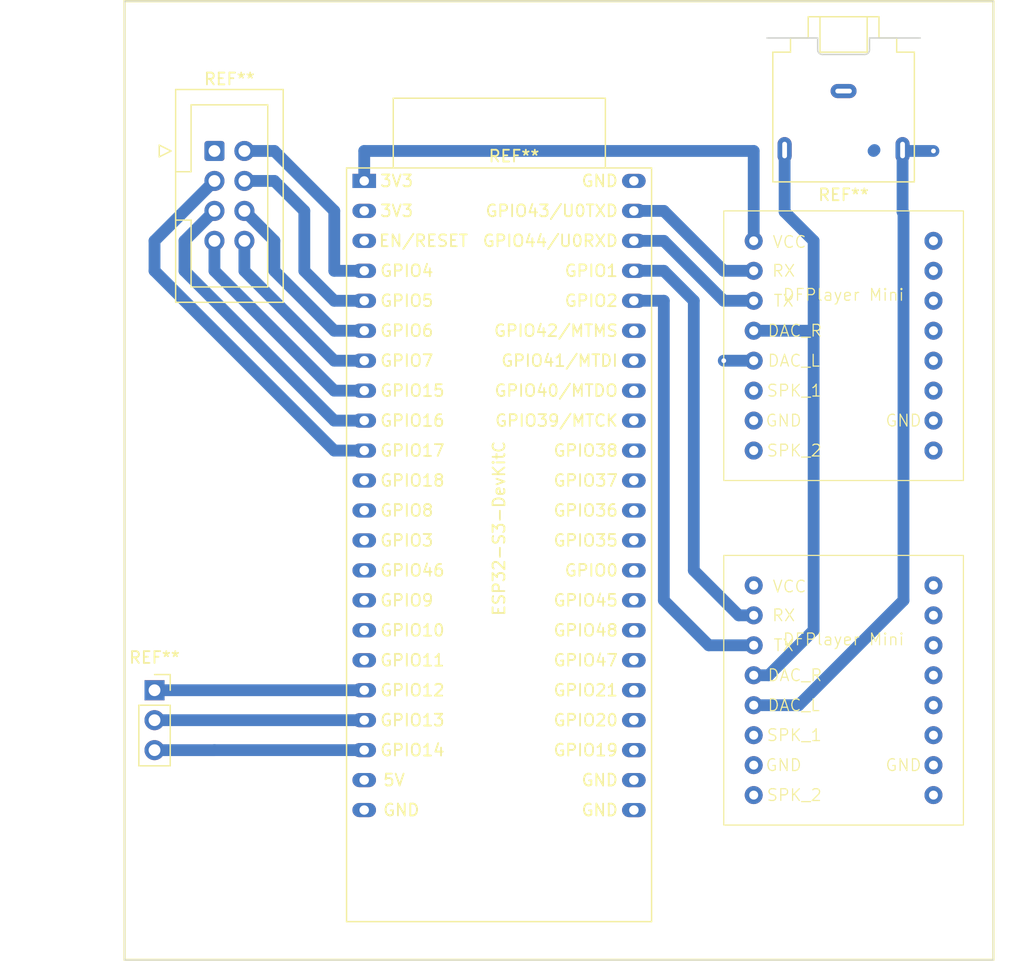
<source format=kicad_pcb>
(kicad_pcb (version 20221018) (generator pcbnew)
  (layers (0 "F.Cu" signal) (31 "B.Cu" signal) (34 "B.Paste" user) (35 "F.Paste" user) (36 "B.SilkS" user "B.Silkscreen") (37 "F.SilkS" user "F.Silkscreen") (38 "B.Mask" user) (39 "F.Mask" user) (44 "Edge.Cuts" user))
  (net 0 "")
  (footprint "Connector_Audio:Jack_3.5mm_CUI_SJ1-3523N_Horizontal" (layer "F.Cu") (at 83.82 30.48 180)
    (fp_text reference "REF**" (at 0 -8.8) (layer "F.SilkS"))
    (fp_text value "Jack_3.5mm_CUI_SJ1-3523N_Horizontal")
    (fp_line (start -6 -7.7) (end 6 -7.7) (stroke (width 0.12)) (layer "F.SilkS"))
    (fp_line (start -6 3.3) (end -6 -7.7) (stroke (width 0.12)) (layer "F.SilkS"))
    (fp_line (start -4.5 3.3) (end -6 3.3) (stroke (width 0.12)) (layer "F.SilkS"))
    (fp_line (start -4.5 4.5) (end -4.5 3.3) (stroke (width 0.12)) (layer "F.SilkS"))
    (fp_line (start -3 4.5) (end -4.5 4.5) (stroke (width 0.12)) (layer "F.SilkS"))
    (fp_line (start -3 6.3) (end -3 4.5) (stroke (width 0.12)) (layer "F.SilkS"))
    (fp_line (start -2 3.3) (end -2 6.3) (stroke (width 0.12)) (layer "F.SilkS"))
    (fp_line (start 2 3.3) (end -2 3.3) (stroke (width 0.12)) (layer "F.SilkS"))
    (fp_line (start 2 6.3) (end 2 3.3) (stroke (width 0.12)) (layer "F.SilkS"))
    (fp_line (start 3 4.5) (end 3 6.3) (stroke (width 0.12)) (layer "F.SilkS"))
    (fp_line (start 3 6.3) (end -3 6.3) (stroke (width 0.12)) (layer "F.SilkS"))
    (fp_line (start 4.5 3.3) (end 4.5 4.5) (stroke (width 0.12)) (layer "F.SilkS"))
    (fp_line (start 4.5 4.5) (end 3 4.5) (stroke (width 0.12)) (layer "F.SilkS"))
    (fp_line (start 6 -7.7) (end 6 3.3) (stroke (width 0.12)) (layer "F.SilkS"))
    (fp_line (start 6 3.3) (end 4.5 3.3) (stroke (width 0.12)) (layer "F.SilkS"))
    (fp_line (start -2.2 3.5) (end -2.2 4.5) (stroke (width 0.12)) (layer "Edge.Cuts"))
    (fp_line (start -2.2 4.5) (end -6.5 4.5) (stroke (width 0.12)) (layer "Edge.Cuts"))
    (fp_line (start 1.8 3.1) (end -1.8 3.1) (stroke (width 0.12)) (layer "Edge.Cuts"))
    (fp_line (start 2.2 3.5) (end 2.2 4.5) (stroke (width 0.12)) (layer "Edge.Cuts"))
    (fp_line (start 2.2 4.5) (end 6.5 4.5) (stroke (width 0.12)) (layer "Edge.Cuts"))
    (fp_arc (start -2.2 3.5) (mid -2.082842 3.217158) (end -1.8 3.1) (stroke (width 0.12)) (layer "Edge.Cuts"))
    (fp_arc (start 1.8 3.1) (mid 2.082843 3.217157) (end 2.2 3.5) (stroke (width 0.12)) (layer "Edge.Cuts"))
    (pad "" np_thru_hole circle (at -5 0 180) (size 1.2 1.2) (drill 1.2) (layers "*.Cu"))
    (pad "" np_thru_hole circle (at -5 2.5 180) (size 1.2 1.2) (drill 1.2) (layers "*.Cu"))
    (pad "" np_thru_hole circle (at 0 -5 180) (size 1.2 1.2) (drill 1.2) (layers "*.Cu"))
    (pad "" np_thru_hole circle (at 5 0 180) (size 1.2 1.2) (drill 1.2) (layers "*.Cu"))
    (pad "" np_thru_hole circle (at 5 2.5 180) (size 1.2 1.2) (drill 1.2) (layers "*.Cu"))
    (pad "R" thru_hole oval (at -5 -5 180) (size 1.2 2.2) (drill oval 0.4 1.4) (layers "*.Cu" "*.Mask"))
    (pad "S" thru_hole oval (at 0 0 180) (size 2.2 1.2) (drill oval 1.4 0.4) (layers "*.Cu" "*.Mask"))
    (pad "T" thru_hole oval (at 5 -5) (size 1.2 2.2) (drill oval 0.4 1.4) (layers "*.Cu" "*.Mask"))
  )
  (footprint "Connector_IDC:IDC-Header_2x04_P2.54mm_Vertical" (layer "F.Cu") (at 30.48 35.56)
    (fp_text reference "REF**" (at 1.27 -6.1) (layer "F.SilkS"))
    (fp_text value "IDC-Header_2x04_P2.54mm_Vertical")
    (fp_line (start -4.68 -0.5) (end -4.68 0.5) (stroke (width 0.12)) (layer "F.SilkS"))
    (fp_line (start -4.68 0.5) (end -3.68 0) (stroke (width 0.12)) (layer "F.SilkS"))
    (fp_line (start -3.68 0) (end -4.68 -0.5) (stroke (width 0.12)) (layer "F.SilkS"))
    (fp_line (start -3.29 -5.21) (end 5.83 -5.21) (stroke (width 0.12)) (layer "F.SilkS"))
    (fp_line (start -3.29 1.76) (end -1.98 1.76) (stroke (width 0.12)) (layer "F.SilkS"))
    (fp_line (start -3.29 12.83) (end -3.29 -5.21) (stroke (width 0.12)) (layer "F.SilkS"))
    (fp_line (start -1.98 -3.91) (end 4.52 -3.91) (stroke (width 0.12)) (layer "F.SilkS"))
    (fp_line (start -1.98 1.76) (end -1.98 -3.91) (stroke (width 0.12)) (layer "F.SilkS"))
    (fp_line (start -1.98 5.86) (end -3.29 5.86) (stroke (width 0.12)) (layer "F.SilkS"))
    (fp_line (start -1.98 5.86) (end -1.98 5.86) (stroke (width 0.12)) (layer "F.SilkS"))
    (fp_line (start -1.98 11.53) (end -1.98 5.86) (stroke (width 0.12)) (layer "F.SilkS"))
    (fp_line (start 4.52 -3.91) (end 4.52 11.53) (stroke (width 0.12)) (layer "F.SilkS"))
    (fp_line (start 4.52 11.53) (end -1.98 11.53) (stroke (width 0.12)) (layer "F.SilkS"))
    (fp_line (start 5.83 -5.21) (end 5.83 12.83) (stroke (width 0.12)) (layer "F.SilkS"))
    (fp_line (start 5.83 12.83) (end -3.29 12.83) (stroke (width 0.12)) (layer "F.SilkS"))
    (pad "1" thru_hole roundrect (at 0 0) (size 1.7 1.7) (drill 1) (layers "*.Cu" "*.Mask") (roundrect_rratio 0.1470588235))
    (pad "2" thru_hole circle (at 2.54 0) (size 1.7 1.7) (drill 1) (layers "*.Cu" "*.Mask"))
    (pad "3" thru_hole circle (at 0 2.54) (size 1.7 1.7) (drill 1) (layers "*.Cu" "*.Mask"))
    (pad "4" thru_hole circle (at 2.54 2.54) (size 1.7 1.7) (drill 1) (layers "*.Cu" "*.Mask"))
    (pad "5" thru_hole circle (at 0 5.08) (size 1.7 1.7) (drill 1) (layers "*.Cu" "*.Mask"))
    (pad "6" thru_hole circle (at 2.54 5.08) (size 1.7 1.7) (drill 1) (layers "*.Cu" "*.Mask"))
    (pad "7" thru_hole circle (at 0 7.62) (size 1.7 1.7) (drill 1) (layers "*.Cu" "*.Mask"))
    (pad "8" thru_hole circle (at 2.54 7.62) (size 1.7 1.7) (drill 1) (layers "*.Cu" "*.Mask"))
  )
  (footprint "PCM_Espressif:ESP32-S3-DevKitC" (layer "F.Cu") (at 43.18 38.1)
    (fp_text reference "REF**" (at 12.7 -2.1) (layer "F.SilkS"))
    (fp_text value "ESP32-S3-DevKitC" (at 11.42632 29.46128 90) (layer "F.SilkS"))
    (fp_text user "GPIO18" (at 1.27 25.4 unlocked) (layer "F.SilkS") (effects (justify left)))
    (fp_text user "GPIO9" (at 1.27 35.56 unlocked) (layer "F.SilkS") (effects (justify left)))
    (fp_text user "EN/RESET" (at 8.88632 5.07728 unlocked) (layer "F.SilkS") (effects (justify right)))
    (fp_text user "GPIO20" (at 21.59 45.72 unlocked) (layer "F.SilkS") (effects (justify right)))
    (fp_text user "GPIO21" (at 21.59 43.18 unlocked) (layer "F.SilkS") (effects (justify right)))
    (fp_text user "5V" (at 1.52032 50.79728 unlocked) (layer "F.SilkS") (effects (justify left)))
    (fp_text user "GPIO1" (at 21.59 7.62 unlocked) (layer "F.SilkS") (effects (justify right)))
    (fp_text user "GND" (at 21.59 50.8 unlocked) (layer "F.SilkS") (effects (justify right)))
    (fp_text user "GPIO47" (at 21.59 40.64 unlocked) (layer "F.SilkS") (effects (justify right)))
    (fp_text user "GPIO37" (at 21.59 25.4 unlocked) (layer "F.SilkS") (effects (justify right)))
    (fp_text user "GPIO15" (at 1.27 17.78 unlocked) (layer "F.SilkS") (effects (justify left)))
    (fp_text user "3V3" (at 1.27 2.54 unlocked) (layer "F.SilkS") (effects (justify left)))
    (fp_text user "GPIO10" (at 1.27 38.1 unlocked) (layer "F.SilkS") (effects (justify left)))
    (fp_text user "GPIO14" (at 1.27 48.26 unlocked) (layer "F.SilkS") (effects (justify left)))
    (fp_text user "GPIO45" (at 21.59 35.56 unlocked) (layer "F.SilkS") (effects (justify right)))
    (fp_text user "3V3" (at 1.27 0 unlocked) (layer "F.SilkS") (effects (justify left)))
    (fp_text user "GPIO17" (at 1.27 22.86 unlocked) (layer "F.SilkS") (effects (justify left)))
    (fp_text user "GPIO46" (at 1.27 33.02 unlocked) (layer "F.SilkS") (effects (justify left)))
    (fp_text user "GPIO43/U0TXD" (at 21.59 2.54 unlocked) (layer "F.SilkS") (effects (justify right)))
    (fp_text user "GPIO8" (at 1.27 27.94 unlocked) (layer "F.SilkS") (effects (justify left)))
    (fp_text user "GPIO19" (at 21.59 48.26 unlocked) (layer "F.SilkS") (effects (justify right)))
    (fp_text user "GPIO44/U0RXD" (at 21.59 5.08 unlocked) (layer "F.SilkS") (effects (justify right)))
    (fp_text user "GPIO3" (at 1.27 30.48 unlocked) (layer "F.SilkS") (effects (justify left)))
    (fp_text user "GPIO35" (at 21.59 30.48 unlocked) (layer "F.SilkS") (effects (justify right)))
    (fp_text user "GPIO39/MTCK" (at 21.59 20.32 unlocked) (layer "F.SilkS") (effects (justify right)))
    (fp_text user "GPIO40/MTDO" (at 21.59 17.78 unlocked) (layer "F.SilkS") (effects (justify right)))
    (fp_text user "GPIO38" (at 21.59 22.86 unlocked) (layer "F.SilkS") (effects (justify right)))
    (fp_text user "GPIO5" (at 1.27 10.16 unlocked) (layer "F.SilkS") (effects (justify left)))
    (fp_text user "GPIO11" (at 1.27 40.64 unlocked) (layer "F.SilkS") (effects (justify left)))
    (fp_text user "GND" (at 1.52032 53.33728 unlocked) (layer "F.SilkS") (effects (justify left)))
    (fp_text user "GND" (at 21.59 53.34 unlocked) (layer "F.SilkS") (effects (justify right)))
    (fp_text user "GPIO36" (at 21.59 27.94 unlocked) (layer "F.SilkS") (effects (justify right)))
    (fp_text user "GPIO42/MTMS" (at 21.59 12.7 unlocked) (layer "F.SilkS") (effects (justify right)))
    (fp_text user "GPIO48" (at 21.59 38.1 unlocked) (layer "F.SilkS") (effects (justify right)))
    (fp_text user "GPIO41/MTDI" (at 21.59 15.24 unlocked) (layer "F.SilkS") (effects (justify right)))
    (fp_text user "GPIO13" (at 1.27 45.72 unlocked) (layer "F.SilkS") (effects (justify left)))
    (fp_text user "GPIO7" (at 1.27 15.24 unlocked) (layer "F.SilkS") (effects (justify left)))
    (fp_text user "GPIO0" (at 21.59 33.02 unlocked) (layer "F.SilkS") (effects (justify right)))
    (fp_text user "GPIO12" (at 1.27 43.18 unlocked) (layer "F.SilkS") (effects (justify left)))
    (fp_text user "GPIO2" (at 21.59 10.16 unlocked) (layer "F.SilkS") (effects (justify right)))
    (fp_text user "GPIO6" (at 1.27 12.7 unlocked) (layer "F.SilkS") (effects (justify left)))
    (fp_text user "GND" (at 21.59 0 unlocked) (layer "F.SilkS") (effects (justify right)))
    (fp_text user "GPIO4" (at 1.27 7.62 unlocked) (layer "F.SilkS") (effects (justify left)))
    (fp_text user "GPIO16" (at 1.27 20.32 unlocked) (layer "F.SilkS") (effects (justify left)))
    (fp_line (start -1.5 62.79728) (end 24.359999 62.79728) (stroke (width 0.12)) (layer "F.SilkS"))
    (fp_line (start -1.499999 -1.1) (end -1.5 62.79728) (stroke (width 0.12)) (layer "F.SilkS"))
    (fp_line (start 2.46012 -7.01312) (end 20.44332 -7.01312) (stroke (width 0.12)) (layer "F.SilkS"))
    (fp_line (start 2.46012 -1.12032) (end 2.46012 -7.01312) (stroke (width 0.12)) (layer "F.SilkS"))
    (fp_line (start 20.44332 -7.01312) (end 20.44332 -1.12032) (stroke (width 0.12)) (layer "F.SilkS"))
    (fp_line (start 24.359999 62.79728) (end 24.36 -1.1) (stroke (width 0.12)) (layer "F.SilkS"))
    (fp_line (start 24.36 -1.1) (end -1.499999 -1.1) (stroke (width 0.12)) (layer "F.SilkS"))
    (pad "1" thru_hole rect (at 0 0 270) (size 1.2 2) (drill 0.8) (layers "*.Cu" "*.Mask"))
    (pad "2" thru_hole oval (at 0 2.54 270) (size 1.2 2) (drill 0.8) (layers "*.Cu" "*.Mask"))
    (pad "3" thru_hole oval (at 0 5.08 270) (size 1.2 2) (drill 0.8) (layers "*.Cu" "*.Mask"))
    (pad "4" thru_hole oval (at 0 7.62 270) (size 1.2 2) (drill 0.8) (layers "*.Cu" "*.Mask"))
    (pad "5" thru_hole oval (at 0 10.16 270) (size 1.2 2) (drill 0.8) (layers "*.Cu" "*.Mask"))
    (pad "6" thru_hole oval (at 0 12.7 270) (size 1.2 2) (drill 0.8) (layers "*.Cu" "*.Mask"))
    (pad "7" thru_hole oval (at 0 15.24 270) (size 1.2 2) (drill 0.8) (layers "*.Cu" "*.Mask"))
    (pad "8" thru_hole oval (at 0 17.78 270) (size 1.2 2) (drill 0.8) (layers "*.Cu" "*.Mask"))
    (pad "9" thru_hole oval (at 0 20.32 270) (size 1.2 2) (drill 0.8) (layers "*.Cu" "*.Mask"))
    (pad "10" thru_hole oval (at 0 22.86 270) (size 1.2 2) (drill 0.8) (layers "*.Cu" "*.Mask"))
    (pad "11" thru_hole oval (at 0 25.4 270) (size 1.2 2) (drill 0.8) (layers "*.Cu" "*.Mask"))
    (pad "12" thru_hole oval (at 0 27.94 270) (size 1.2 2) (drill 0.8) (layers "*.Cu" "*.Mask"))
    (pad "13" thru_hole oval (at 0 30.48 270) (size 1.2 2) (drill 0.8) (layers "*.Cu" "*.Mask"))
    (pad "14" thru_hole oval (at 0 33.02 270) (size 1.2 2) (drill 0.8) (layers "*.Cu" "*.Mask"))
    (pad "15" thru_hole oval (at 0 35.56 270) (size 1.2 2) (drill 0.8) (layers "*.Cu" "*.Mask"))
    (pad "16" thru_hole oval (at 0 38.1 270) (size 1.2 2) (drill 0.8) (layers "*.Cu" "*.Mask"))
    (pad "17" thru_hole oval (at 0 40.64 270) (size 1.2 2) (drill 0.8) (layers "*.Cu" "*.Mask"))
    (pad "18" thru_hole oval (at 0 43.18 270) (size 1.2 2) (drill 0.8) (layers "*.Cu" "*.Mask"))
    (pad "19" thru_hole oval (at 0 45.72 270) (size 1.2 2) (drill 0.8) (layers "*.Cu" "*.Mask"))
    (pad "20" thru_hole oval (at -0.00368 48.25728 270) (size 1.2 2) (drill 0.8) (layers "*.Cu" "*.Mask"))
    (pad "21" thru_hole oval (at -0.00368 50.79728 270) (size 1.2 2) (drill 0.8) (layers "*.Cu" "*.Mask"))
    (pad "22" thru_hole oval (at -0.00368 53.33728 270) (size 1.2 2) (drill 0.8) (layers "*.Cu" "*.Mask"))
    (pad "23" thru_hole oval (at 22.86 53.34 270) (size 1.2 2) (drill 0.8) (layers "*.Cu" "*.Mask"))
    (pad "24" thru_hole oval (at 22.86 50.8 270) (size 1.2 2) (drill 0.8) (layers "*.Cu" "*.Mask"))
    (pad "25" thru_hole oval (at 22.86 48.26 270) (size 1.2 2) (drill 0.8) (layers "*.Cu" "*.Mask"))
    (pad "26" thru_hole oval (at 22.86 45.72 270) (size 1.2 2) (drill 0.8) (layers "*.Cu" "*.Mask"))
    (pad "27" thru_hole oval (at 22.86 43.18 270) (size 1.2 2) (drill 0.8) (layers "*.Cu" "*.Mask"))
    (pad "28" thru_hole oval (at 22.86 40.64 270) (size 1.2 2) (drill 0.8) (layers "*.Cu" "*.Mask"))
    (pad "29" thru_hole oval (at 22.86 38.1 270) (size 1.2 2) (drill 0.8) (layers "*.Cu" "*.Mask"))
    (pad "30" thru_hole oval (at 22.86 35.56 270) (size 1.2 2) (drill 0.8) (layers "*.Cu" "*.Mask"))
    (pad "31" thru_hole oval (at 22.86 33.02 270) (size 1.2 2) (drill 0.8) (layers "*.Cu" "*.Mask"))
    (pad "32" thru_hole oval (at 22.86 30.48 270) (size 1.2 2) (drill 0.8) (layers "*.Cu" "*.Mask"))
    (pad "33" thru_hole oval (at 22.86 27.94 270) (size 1.2 2) (drill 0.8) (layers "*.Cu" "*.Mask"))
    (pad "34" thru_hole oval (at 22.86 25.4 270) (size 1.2 2) (drill 0.8) (layers "*.Cu" "*.Mask"))
    (pad "35" thru_hole oval (at 22.86 22.86 270) (size 1.2 2) (drill 0.8) (layers "*.Cu" "*.Mask"))
    (pad "36" thru_hole oval (at 22.86 20.32 270) (size 1.2 2) (drill 0.8) (layers "*.Cu" "*.Mask"))
    (pad "37" thru_hole oval (at 22.86 17.78 270) (size 1.2 2) (drill 0.8) (layers "*.Cu" "*.Mask"))
    (pad "38" thru_hole oval (at 22.86 15.24 270) (size 1.2 2) (drill 0.8) (layers "*.Cu" "*.Mask"))
    (pad "39" thru_hole oval (at 22.86 12.7 270) (size 1.2 2) (drill 0.8) (layers "*.Cu" "*.Mask"))
    (pad "40" thru_hole oval (at 22.86 10.16 270) (size 1.2 2) (drill 0.8) (layers "*.Cu" "*.Mask"))
    (pad "41" thru_hole oval (at 22.86 7.62 270) (size 1.2 2) (drill 0.8) (layers "*.Cu" "*.Mask"))
    (pad "42" thru_hole oval (at 22.86 5.08 270) (size 1.2 2) (drill 0.8) (layers "*.Cu" "*.Mask"))
    (pad "43" thru_hole oval (at 22.86 2.54 270) (size 1.2 2) (drill 0.8) (layers "*.Cu" "*.Mask"))
    (pad "44" thru_hole oval (at 22.86 0 270) (size 1.2 2) (drill 0.8) (layers "*.Cu" "*.Mask"))
  )
  (footprint "Connector_PinSocket_2.54mm:PinSocket_1x03_P2.54mm_Vertical" (layer "F.Cu") (at 25.4 81.28)
    (fp_text reference "REF**" (at 0 -2.77) (layer "F.SilkS"))
    (fp_text value "PinSocket_1x03_P2.54mm_Vertical")
    (fp_line (start -1.33 1.27) (end -1.33 6.41) (stroke (width 0.12)) (layer "F.SilkS"))
    (fp_line (start -1.33 1.27) (end 1.33 1.27) (stroke (width 0.12)) (layer "F.SilkS"))
    (fp_line (start -1.33 6.41) (end 1.33 6.41) (stroke (width 0.12)) (layer "F.SilkS"))
    (fp_line (start 0 -1.33) (end 1.33 -1.33) (stroke (width 0.12)) (layer "F.SilkS"))
    (fp_line (start 1.33 -1.33) (end 1.33 0) (stroke (width 0.12)) (layer "F.SilkS"))
    (fp_line (start 1.33 1.27) (end 1.33 6.41) (stroke (width 0.12)) (layer "F.SilkS"))
    (pad "1" thru_hole rect (at 0 0) (size 1.7 1.7) (drill 1) (layers "*.Cu" "*.Mask"))
    (pad "2" thru_hole oval (at 0 2.54) (size 1.7 1.7) (drill 1) (layers "*.Cu" "*.Mask"))
    (pad "3" thru_hole oval (at 0 5.08) (size 1.7 1.7) (drill 1) (layers "*.Cu" "*.Mask"))
  )
  (footprint "Library:DFPlayer Mini" (layer "F.Cu") (at 83.82 48.26)
    (fp_text reference "DFPlayer Mini" (at 0 -0.5 unlocked) (layer "F.SilkS") (effects (font (thickness 0.1))))
    (fp_text value "DFPlayer Mini")
    (fp_text user "SPK_2" (at -6.58 12.7 unlocked) (layer "F.SilkS") (effects (font (thickness 0.1)) (justify left)))
    (fp_text user "DAC_R" (at -6.5 2.54 unlocked) (layer "F.SilkS") (effects (font (thickness 0.1)) (justify left)))
    (fp_text user "VCC" (at -6.08 -4.4 unlocked) (layer "F.SilkS") (effects (font (thickness 0.1)) (justify left bottom)))
    (fp_text user "DAC_L" (at -6.5 5.08 unlocked) (layer "F.SilkS") (effects (font (thickness 0.1)) (justify left)))
    (fp_text user "RX" (at -5.08 -2.54 unlocked) (layer "F.SilkS") (effects (font (thickness 0.1))))
    (fp_text user "GND" (at -5.08 10.16 unlocked) (layer "F.SilkS") (effects (font (thickness 0.1))))
    (fp_text user "SPK_1" (at -6.58 7.62 unlocked) (layer "F.SilkS") (effects (font (thickness 0.1)) (justify left)))
    (fp_text user "TX" (at -5.08 0 unlocked) (layer "F.SilkS") (effects (font (thickness 0.1))))
    (fp_text user "GND" (at 5.08 10.16 unlocked) (layer "F.SilkS") (effects (font (thickness 0.1))))
    (fp_rect (start -10.16 -7.62) (end 10.16 15.24) (stroke (width 0.1)) (fill none) (layer "F.SilkS"))
    (pad "1" thru_hole circle (at -7.62 -5.08) (size 1.524 1.524) (drill 0.762) (layers "*.Cu" "*.Mask"))
    (pad "2" thru_hole circle (at -7.62 -2.54) (size 1.524 1.524) (drill 0.762) (layers "*.Cu" "*.Mask"))
    (pad "3" thru_hole circle (at -7.62 0) (size 1.524 1.524) (drill 0.762) (layers "*.Cu" "*.Mask"))
    (pad "4" thru_hole circle (at -7.62 2.54) (size 1.524 1.524) (drill 0.762) (layers "*.Cu" "*.Mask"))
    (pad "5" thru_hole circle (at -7.62 5.08) (size 1.524 1.524) (drill 0.762) (layers "*.Cu" "*.Mask"))
    (pad "6" thru_hole circle (at -7.62 7.62) (size 1.524 1.524) (drill 0.762) (layers "*.Cu" "*.Mask"))
    (pad "7" thru_hole circle (at -7.62 10.16) (size 1.524 1.524) (drill 0.762) (layers "*.Cu" "*.Mask"))
    (pad "8" thru_hole circle (at -7.62 12.7) (size 1.524 1.524) (drill 0.762) (layers "*.Cu" "*.Mask"))
    (pad "9" thru_hole circle (at 7.62 12.7) (size 1.524 1.524) (drill 0.762) (layers "*.Cu" "*.Mask"))
    (pad "10" thru_hole circle (at 7.62 10.16) (size 1.524 1.524) (drill 0.762) (layers "*.Cu" "*.Mask"))
    (pad "11" thru_hole circle (at 7.62 7.62) (size 1.524 1.524) (drill 0.762) (layers "*.Cu" "*.Mask"))
    (pad "12" thru_hole circle (at 7.62 5.08) (size 1.524 1.524) (drill 0.762) (layers "*.Cu" "*.Mask"))
    (pad "13" thru_hole circle (at 7.62 2.54) (size 1.524 1.524) (drill 0.762) (layers "*.Cu" "*.Mask"))
    (pad "14" thru_hole circle (at 7.62 0) (size 1.524 1.524) (drill 0.762) (layers "*.Cu" "*.Mask"))
    (pad "15" thru_hole circle (at 7.62 -2.54) (size 1.524 1.524) (drill 0.762) (layers "*.Cu" "*.Mask"))
    (pad "16" thru_hole circle (at 7.62 -5.08) (size 1.524 1.524) (drill 0.762) (layers "*.Cu" "*.Mask"))
  )
  (footprint "Library:DFPlayer Mini" (layer "F.Cu") (at 83.82 77.47)
    (fp_text reference "DFPlayer Mini" (at 0 -0.5 unlocked) (layer "F.SilkS") (effects (font (thickness 0.1))))
    (fp_text value "DFPlayer Mini")
    (fp_text user "SPK_2" (at -6.58 12.7 unlocked) (layer "F.SilkS") (effects (font (thickness 0.1)) (justify left)))
    (fp_text user "DAC_R" (at -6.5 2.54 unlocked) (layer "F.SilkS") (effects (font (thickness 0.1)) (justify left)))
    (fp_text user "VCC" (at -6.08 -4.4 unlocked) (layer "F.SilkS") (effects (font (thickness 0.1)) (justify left bottom)))
    (fp_text user "DAC_L" (at -6.5 5.08 unlocked) (layer "F.SilkS") (effects (font (thickness 0.1)) (justify left)))
    (fp_text user "RX" (at -5.08 -2.54 unlocked) (layer "F.SilkS") (effects (font (thickness 0.1))))
    (fp_text user "GND" (at -5.08 10.16 unlocked) (layer "F.SilkS") (effects (font (thickness 0.1))))
    (fp_text user "SPK_1" (at -6.58 7.62 unlocked) (layer "F.SilkS") (effects (font (thickness 0.1)) (justify left)))
    (fp_text user "TX" (at -5.08 0 unlocked) (layer "F.SilkS") (effects (font (thickness 0.1))))
    (fp_text user "GND" (at 5.08 10.16 unlocked) (layer "F.SilkS") (effects (font (thickness 0.1))))
    (fp_rect (start -10.16 -7.62) (end 10.16 15.24) (stroke (width 0.1)) (fill none) (layer "F.SilkS"))
    (pad "1" thru_hole circle (at -7.62 -5.08) (size 1.524 1.524) (drill 0.762) (layers "*.Cu" "*.Mask"))
    (pad "2" thru_hole circle (at -7.62 -2.54) (size 1.524 1.524) (drill 0.762) (layers "*.Cu" "*.Mask"))
    (pad "3" thru_hole circle (at -7.62 0) (size 1.524 1.524) (drill 0.762) (layers "*.Cu" "*.Mask"))
    (pad "4" thru_hole circle (at -7.62 2.54) (size 1.524 1.524) (drill 0.762) (layers "*.Cu" "*.Mask"))
    (pad "5" thru_hole circle (at -7.62 5.08) (size 1.524 1.524) (drill 0.762) (layers "*.Cu" "*.Mask"))
    (pad "6" thru_hole circle (at -7.62 7.62) (size 1.524 1.524) (drill 0.762) (layers "*.Cu" "*.Mask"))
    (pad "7" thru_hole circle (at -7.62 10.16) (size 1.524 1.524) (drill 0.762) (layers "*.Cu" "*.Mask"))
    (pad "8" thru_hole circle (at -7.62 12.7) (size 1.524 1.524) (drill 0.762) (layers "*.Cu" "*.Mask"))
    (pad "9" thru_hole circle (at 7.62 12.7) (size 1.524 1.524) (drill 0.762) (layers "*.Cu" "*.Mask"))
    (pad "10" thru_hole circle (at 7.62 10.16) (size 1.524 1.524) (drill 0.762) (layers "*.Cu" "*.Mask"))
    (pad "11" thru_hole circle (at 7.62 7.62) (size 1.524 1.524) (drill 0.762) (layers "*.Cu" "*.Mask"))
    (pad "12" thru_hole circle (at 7.62 5.08) (size 1.524 1.524) (drill 0.762) (layers "*.Cu" "*.Mask"))
    (pad "13" thru_hole circle (at 7.62 2.54) (size 1.524 1.524) (drill 0.762) (layers "*.Cu" "*.Mask"))
    (pad "14" thru_hole circle (at 7.62 0) (size 1.524 1.524) (drill 0.762) (layers "*.Cu" "*.Mask"))
    (pad "15" thru_hole circle (at 7.62 -2.54) (size 1.524 1.524) (drill 0.762) (layers "*.Cu" "*.Mask"))
    (pad "16" thru_hole circle (at 7.62 -5.08) (size 1.524 1.524) (drill 0.762) (layers "*.Cu" "*.Mask"))
  )
  (gr_rect (start 22.86 22.86) (end 96.52 104.14) (stroke (width 0.2)) (fill none) (layer "F.SilkS"))
  (gr_line (start 96.52 22.86) (end 22.86 22.86) (stroke (width 0.1)) (layer "Edge.Cuts"))
  (gr_line (start 22.86 104.14) (end 96.52 104.14) (stroke (width 0.1)) (layer "Edge.Cuts"))
  (gr_line (start 96.52 104.14) (end 96.52 22.86) (stroke (width 0.1)) (layer "Edge.Cuts"))
  (gr_line (start 22.86 22.86) (end 22.86 104.14) (stroke (width 0.1)) (layer "Edge.Cuts"))
  (segment (start 30.48272 86.35728) (end 30.48 86.36) (width 0.25) (layer "F.Cu") (net 0))
  (via (at 91.44 35.56) (size 0.8) (drill 0.4) (layers "F.Cu" "B.Cu") (net 0))
  (via (at 73.66 53.34) (size 0.8) (drill 0.4) (layers "F.Cu" "B.Cu") (net 0))
  (segment (start 33.02 35.56) (end 35.56 35.56) (width 1) (layer "B.Cu") (net 0))
  (segment (start 66.04 43.18) (end 68.58 43.18) (width 1) (layer "B.Cu") (net 0))
  (segment (start 81.28 50.8) (end 81.28 76.2) (width 1) (layer "B.Cu") (net 0))
  (segment (start 68.58 48.26) (end 66.04 48.26) (width 1) (layer "B.Cu") (net 0))
  (segment (start 66.04 45.72) (end 68.58 45.72) (width 1) (layer "B.Cu") (net 0))
  (segment (start 88.9 73.66) (end 88.9 40.8) (width 1) (layer "B.Cu") (net 0))
  (segment (start 68.58 45.72) (end 71.12 48.26) (width 1) (layer "B.Cu") (net 0))
  (segment (start 43.18 35.56) (end 76.2 35.56) (width 1) (layer "B.Cu") (net 0))
  (segment (start 68.58 40.64) (end 73.66 45.72) (width 1) (layer "B.Cu") (net 0))
  (segment (start 76.2 53.34) (end 73.66 53.34) (width 1) (layer "B.Cu") (net 0))
  (segment (start 33.02 45.72) (end 40.64 53.34) (width 1) (layer "B.Cu") (net 0))
  (segment (start 43.18 83.82) (end 25.4 83.82) (width 1) (layer "B.Cu") (net 0))
  (segment (start 38.1 45.72) (end 38.1 40.64) (width 1) (layer "B.Cu") (net 0))
  (segment (start 80.01 82.55) (end 88.9 73.66) (width 1) (layer "B.Cu") (net 0))
  (segment (start 35.56 38.1) (end 33.02 38.1) (width 1) (layer "B.Cu") (net 0))
  (segment (start 88.9 35.56) (end 88.82 35.48) (width 1) (layer "B.Cu") (net 0))
  (segment (start 33.02 43.18) (end 33.02 45.72) (width 1) (layer "B.Cu") (net 0))
  (segment (start 38.1 40.64) (end 35.56 38.1) (width 1) (layer "B.Cu") (net 0))
  (segment (start 30.48 43.18) (end 30.48 45.72) (width 1) (layer "B.Cu") (net 0))
  (segment (start 25.4 45.72) (end 40.64 60.96) (width 1) (layer "B.Cu") (net 0))
  (segment (start 78.82 40.72) (end 81.28 43.18) (width 1) (layer "B.Cu") (net 0))
  (segment (start 30.48 38.1) (end 25.4 43.18) (width 1) (layer "B.Cu") (net 0))
  (segment (start 40.64 55.88) (end 43.18 55.88) (width 1) (layer "B.Cu") (net 0))
  (segment (start 35.56 43.18) (end 33.02 40.64) (width 1) (layer "B.Cu") (net 0))
  (segment (start 40.64 53.34) (end 43.18 53.34) (width 1) (layer "B.Cu") (net 0))
  (segment (start 35.56 35.56) (end 40.64 40.64) (width 1) (layer "B.Cu") (net 0))
  (segment (start 88.9 40.8) (end 88.82 40.72) (width 1) (layer "B.Cu") (net 0))
  (segment (start 76.2 77.47) (end 72.39 77.47) (width 1) (layer "B.Cu") (net 0))
  (segment (start 43.17632 86.35728) (end 30.48272 86.35728) (width 1) (layer "B.Cu") (net 0))
  (segment (start 25.4 43.18) (end 25.4 45.72) (width 1) (layer "B.Cu") (net 0))
  (segment (start 73.66 45.72) (end 76.2 45.72) (width 1) (layer "B.Cu") (net 0))
  (segment (start 71.12 48.26) (end 71.12 71.12) (width 1) (layer "B.Cu") (net 0))
  (segment (start 27.94 45.72) (end 40.64 58.42) (width 1) (layer "B.Cu") (net 0))
  (segment (start 91.44 35.56) (end 88.9 35.56) (width 1) (layer "B.Cu") (net 0))
  (segment (start 72.39 77.47) (end 68.58 73.66) (width 1) (layer "B.Cu") (net 0))
  (segment (start 43.18 38.1) (end 43.18 35.56) (width 1) (layer "B.Cu") (net 0))
  (segment (start 43.18 48.26) (end 40.64 48.26) (width 1) (layer "B.Cu") (net 0))
  (segment (start 27.94 43.18) (end 27.94 45.72) (width 1) (layer "B.Cu") (net 0))
  (segment (start 76.2 82.55) (end 80.01 82.55) (width 1) (layer "B.Cu") (net 0))
  (segment (start 40.64 50.8) (end 35.56 45.72) (width 1) (layer "B.Cu") (net 0))
  (segment (start 71.12 71.12) (end 74.93 74.93) (width 1) (layer "B.Cu") (net 0))
  (segment (start 43.18 81.28) (end 25.4 81.28) (width 1) (layer "B.Cu") (net 0))
  (segment (start 66.04 40.64) (end 68.58 40.64) (width 1) (layer "B.Cu") (net 0))
  (segment (start 76.2 35.56) (end 76.2 43.18) (width 1) (layer "B.Cu") (net 0))
  (segment (start 78.82 35.48) (end 78.82 40.72) (width 1) (layer "B.Cu") (net 0))
  (segment (start 40.64 48.26) (end 38.1 45.72) (width 1) (layer "B.Cu") (net 0))
  (segment (start 88.82 40.72) (end 88.82 35.48) (width 1) (layer "B.Cu") (net 0))
  (segment (start 77.47 80.01) (end 76.2 80.01) (width 1) (layer "B.Cu") (net 0))
  (segment (start 40.64 58.42) (end 43.18 58.42) (width 1) (layer "B.Cu") (net 0))
  (segment (start 40.64 45.72) (end 43.18 45.72) (width 1) (layer "B.Cu") (net 0))
  (segment (start 30.48 86.36) (end 25.4 86.36) (width 1) (layer "B.Cu") (net 0))
  (segment (start 76.2 50.8) (end 81.28 50.8) (width 1) (layer "B.Cu") (net 0))
  (segment (start 81.28 43.18) (end 81.28 50.8) (width 1) (layer "B.Cu") (net 0))
  (segment (start 30.48 40.64) (end 27.94 43.18) (width 1) (layer "B.Cu") (net 0))
  (segment (start 74.93 74.93) (end 76.2 74.93) (width 1) (layer "B.Cu") (net 0))
  (segment (start 68.58 43.18) (end 73.66 48.26) (width 1) (layer "B.Cu") (net 0))
  (segment (start 40.64 60.96) (end 43.18 60.96) (width 1) (layer "B.Cu") (net 0))
  (segment (start 40.64 40.64) (end 40.64 45.72) (width 1) (layer "B.Cu") (net 0))
  (segment (start 30.48 45.72) (end 40.64 55.88) (width 1) (layer "B.Cu") (net 0))
  (segment (start 86.36 35.56) (end 86.44 35.48) (width 1) (layer "B.Cu") (net 0))
  (segment (start 35.56 45.72) (end 35.56 43.18) (width 1) (layer "B.Cu") (net 0))
  (segment (start 81.28 76.2) (end 77.47 80.01) (width 1) (layer "B.Cu") (net 0))
  (segment (start 43.18 50.8) (end 40.64 50.8) (width 1) (layer "B.Cu") (net 0))
  (segment (start 68.58 73.66) (end 68.58 48.26) (width 1) (layer "B.Cu") (net 0))
  (segment (start 73.66 48.26) (end 76.2 48.26) (width 1) (layer "B.Cu") (net 0))
)
</source>
